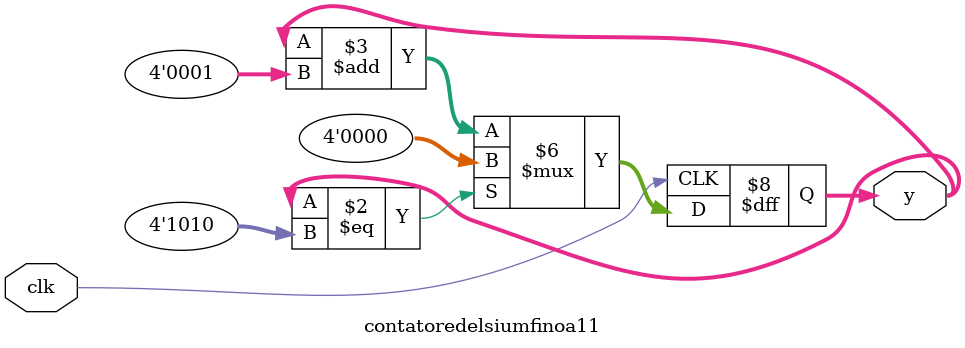
<source format=sv>
module contatoredelsiumfinoa11(
    input logic clk,
    output logic [3:0] y = 4'b0000,
);
always_ff @(posedge clk)
begin
    if (y == 4'b1010)
        y = 4'b0000;
    else
        y = y + 4'b0001;
end
endmodule
</source>
